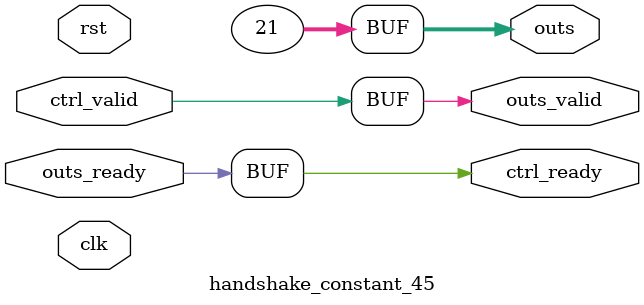
<source format=v>
`timescale 1ns / 1ps
module handshake_constant_45 #(
  parameter DATA_WIDTH = 32  // Default set to 32 bits
) (
  input                       clk,
  input                       rst,
  // Input Channel
  input                       ctrl_valid,
  output                      ctrl_ready,
  // Output Channel
  output [DATA_WIDTH - 1 : 0] outs,
  output                      outs_valid,
  input                       outs_ready
);
  assign outs       = 6'b010101;
  assign outs_valid = ctrl_valid;
  assign ctrl_ready = outs_ready;

endmodule

</source>
